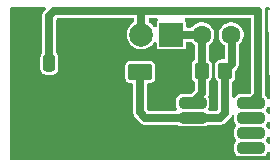
<source format=gbr>
%TF.GenerationSoftware,KiCad,Pcbnew,9.0.5*%
%TF.CreationDate,2026-01-12T11:34:27-06:00*%
%TF.ProjectId,Modulo LIFI,4d6f6475-6c6f-4204-9c49-46492e6b6963,rev?*%
%TF.SameCoordinates,Original*%
%TF.FileFunction,Copper,L1,Top*%
%TF.FilePolarity,Positive*%
%FSLAX46Y46*%
G04 Gerber Fmt 4.6, Leading zero omitted, Abs format (unit mm)*
G04 Created by KiCad (PCBNEW 9.0.5) date 2026-01-12 11:34:27*
%MOMM*%
%LPD*%
G01*
G04 APERTURE LIST*
G04 Aperture macros list*
%AMRoundRect*
0 Rectangle with rounded corners*
0 $1 Rounding radius*
0 $2 $3 $4 $5 $6 $7 $8 $9 X,Y pos of 4 corners*
0 Add a 4 corners polygon primitive as box body*
4,1,4,$2,$3,$4,$5,$6,$7,$8,$9,$2,$3,0*
0 Add four circle primitives for the rounded corners*
1,1,$1+$1,$2,$3*
1,1,$1+$1,$4,$5*
1,1,$1+$1,$6,$7*
1,1,$1+$1,$8,$9*
0 Add four rect primitives between the rounded corners*
20,1,$1+$1,$2,$3,$4,$5,0*
20,1,$1+$1,$4,$5,$6,$7,0*
20,1,$1+$1,$6,$7,$8,$9,0*
20,1,$1+$1,$8,$9,$2,$3,0*%
G04 Aperture macros list end*
%TA.AperFunction,SMDPad,CuDef*%
%ADD10RoundRect,0.175000X0.825000X-0.525000X0.825000X0.525000X-0.825000X0.525000X-0.825000X-0.525000X0*%
%TD*%
%TA.AperFunction,SMDPad,CuDef*%
%ADD11RoundRect,0.150000X0.450000X-0.550000X0.450000X0.550000X-0.450000X0.550000X-0.450000X-0.550000X0*%
%TD*%
%TA.AperFunction,ComponentPad*%
%ADD12R,2.000000X2.000000*%
%TD*%
%TA.AperFunction,ComponentPad*%
%ADD13C,2.000000*%
%TD*%
%TA.AperFunction,SMDPad,CuDef*%
%ADD14RoundRect,0.237500X-0.912500X-0.237500X0.912500X-0.237500X0.912500X0.237500X-0.912500X0.237500X0*%
%TD*%
%TA.AperFunction,SMDPad,CuDef*%
%ADD15RoundRect,0.150000X-0.825000X-0.150000X0.825000X-0.150000X0.825000X0.150000X-0.825000X0.150000X0*%
%TD*%
%TA.AperFunction,SMDPad,CuDef*%
%ADD16RoundRect,0.250000X-0.350000X-0.450000X0.350000X-0.450000X0.350000X0.450000X-0.350000X0.450000X0*%
%TD*%
%TA.AperFunction,SMDPad,CuDef*%
%ADD17RoundRect,0.250000X0.250000X0.475000X-0.250000X0.475000X-0.250000X-0.475000X0.250000X-0.475000X0*%
%TD*%
%TA.AperFunction,ComponentPad*%
%ADD18C,1.600000*%
%TD*%
%TA.AperFunction,Conductor*%
%ADD19C,0.700000*%
%TD*%
%TA.AperFunction,Conductor*%
%ADD20C,0.600000*%
%TD*%
G04 APERTURE END LIST*
D10*
%TO.P,D2,1,K*%
%TO.N,Net-(D2-K)*%
X13090000Y-7750000D03*
D11*
%TO.P,D2,2,A*%
%TO.N,GND*%
X13090000Y-13850000D03*
%TD*%
D12*
%TO.P,J2,1,Pin_1*%
%TO.N,Net-(J2-Pin_1)*%
X15740000Y-4600000D03*
D13*
%TO.P,J2,2,Pin_2*%
%TO.N,+5V*%
X13200000Y-4600000D03*
%TO.P,J2,3,Pin_3*%
%TO.N,GND*%
X10660000Y-4600000D03*
%TD*%
D14*
%TO.P,U3,1*%
%TO.N,Net-(J2-Pin_1)*%
X17525000Y-10355000D03*
%TO.P,U3,2,-*%
%TO.N,Net-(D2-K)*%
X17525000Y-11625000D03*
D15*
%TO.P,U3,3,+*%
%TO.N,GND*%
X17525000Y-12895000D03*
%TO.P,U3,4,V-*%
X17525000Y-14165000D03*
D14*
%TO.P,U3,5*%
%TO.N,N/C*%
X22475000Y-14165000D03*
%TO.P,U3,6*%
X22475000Y-12895000D03*
%TO.P,U3,7*%
X22475000Y-11625000D03*
%TO.P,U3,8,V+*%
%TO.N,+5V*%
X22475000Y-10355000D03*
%TD*%
D16*
%TO.P,R4,1*%
%TO.N,Net-(J2-Pin_1)*%
X18300000Y-7650000D03*
%TO.P,R4,2*%
%TO.N,Net-(D2-K)*%
X20300000Y-7650000D03*
%TD*%
D17*
%TO.P,C2,1*%
%TO.N,+5V*%
X5400000Y-7000000D03*
%TO.P,C2,2*%
%TO.N,GND*%
X3500000Y-7000000D03*
%TD*%
D18*
%TO.P,C1,1*%
%TO.N,Net-(J2-Pin_1)*%
X18300000Y-4600000D03*
%TO.P,C1,2*%
%TO.N,Net-(D2-K)*%
X20800000Y-4600000D03*
%TD*%
D19*
%TO.N,Net-(D2-K)*%
X19875000Y-11625000D02*
X17525000Y-11625000D01*
%TO.N,+5V*%
X23100000Y-9730000D02*
X22475000Y-10355000D01*
X23100000Y-2601000D02*
X23100000Y-9730000D01*
X13200000Y-2601000D02*
X23100000Y-2601000D01*
%TO.N,Net-(D2-K)*%
X20300000Y-11200000D02*
X19875000Y-11625000D01*
X20300000Y-7650000D02*
X20300000Y-11200000D01*
%TO.N,+5V*%
X13200000Y-2601000D02*
X5799000Y-2601000D01*
X5400000Y-3000000D02*
X5400000Y-7000000D01*
X5799000Y-2601000D02*
X5400000Y-3000000D01*
%TO.N,Net-(D2-K)*%
X13090000Y-11190000D02*
X13525000Y-11625000D01*
X13090000Y-7750000D02*
X13090000Y-11190000D01*
X13525000Y-11625000D02*
X17525000Y-11625000D01*
%TO.N,Net-(J2-Pin_1)*%
X18300000Y-9580000D02*
X17525000Y-10355000D01*
X18300000Y-7650000D02*
X18300000Y-9580000D01*
%TO.N,Net-(D2-K)*%
X20850000Y-7100000D02*
X20300000Y-7650000D01*
X20850000Y-4200000D02*
X20850000Y-7100000D01*
D20*
%TO.N,Net-(J2-Pin_1)*%
X18350000Y-7600000D02*
X18300000Y-7650000D01*
D19*
X18350000Y-4200000D02*
X18350000Y-7600000D01*
D20*
X17950000Y-4600000D02*
X18350000Y-4200000D01*
D19*
X15740000Y-4600000D02*
X17950000Y-4600000D01*
%TO.N,+5V*%
X13200000Y-4600000D02*
X13200000Y-2601000D01*
D20*
%TO.N,Net-(J2-Pin_1)*%
X16140000Y-4200000D02*
X15740000Y-4600000D01*
X18300000Y-4660000D02*
X18350000Y-4610000D01*
X15690000Y-4300000D02*
X15590000Y-4200000D01*
%TD*%
%TA.AperFunction,Conductor*%
%TO.N,GND*%
G36*
X5067941Y-2270185D02*
G01*
X5113696Y-2322989D01*
X5123640Y-2392147D01*
X5094615Y-2455703D01*
X5088583Y-2462181D01*
X4919481Y-2631282D01*
X4919477Y-2631287D01*
X4891322Y-2680056D01*
X4891321Y-2680058D01*
X4865872Y-2724136D01*
X4840423Y-2768214D01*
X4840423Y-2768215D01*
X4799499Y-2920943D01*
X4799499Y-2920945D01*
X4799499Y-3089046D01*
X4799500Y-3089059D01*
X4799500Y-6116769D01*
X4779815Y-6183808D01*
X4774767Y-6191080D01*
X4706204Y-6282668D01*
X4706202Y-6282671D01*
X4655908Y-6417517D01*
X4649501Y-6477116D01*
X4649501Y-6477123D01*
X4649500Y-6477135D01*
X4649500Y-7522870D01*
X4649501Y-7522876D01*
X4655908Y-7582483D01*
X4706202Y-7717328D01*
X4706206Y-7717335D01*
X4792452Y-7832544D01*
X4792455Y-7832547D01*
X4907664Y-7918793D01*
X4907671Y-7918797D01*
X4952618Y-7935561D01*
X5042517Y-7969091D01*
X5102127Y-7975500D01*
X5697872Y-7975499D01*
X5757483Y-7969091D01*
X5892331Y-7918796D01*
X6007546Y-7832546D01*
X6093796Y-7717331D01*
X6144091Y-7582483D01*
X6150500Y-7522873D01*
X6150499Y-6477128D01*
X6144091Y-6417517D01*
X6093796Y-6282669D01*
X6072706Y-6254497D01*
X6025233Y-6191080D01*
X6000816Y-6125615D01*
X6000500Y-6116769D01*
X6000500Y-3325500D01*
X6020185Y-3258461D01*
X6072989Y-3212706D01*
X6124500Y-3201500D01*
X12475500Y-3201500D01*
X12484185Y-3204050D01*
X12493147Y-3202762D01*
X12517187Y-3213740D01*
X12542539Y-3221185D01*
X12548466Y-3228025D01*
X12556703Y-3231787D01*
X12570992Y-3254021D01*
X12588294Y-3273989D01*
X12590581Y-3284503D01*
X12594477Y-3290565D01*
X12599500Y-3325500D01*
X12599500Y-3427403D01*
X12579815Y-3494442D01*
X12548386Y-3527721D01*
X12385352Y-3646173D01*
X12246174Y-3785351D01*
X12246174Y-3785352D01*
X12246172Y-3785354D01*
X12196485Y-3853741D01*
X12130476Y-3944594D01*
X12041117Y-4119970D01*
X11980290Y-4307173D01*
X11949500Y-4501577D01*
X11949500Y-4698422D01*
X11980290Y-4892826D01*
X12041117Y-5080029D01*
X12125349Y-5245343D01*
X12130476Y-5255405D01*
X12246172Y-5414646D01*
X12385354Y-5553828D01*
X12544595Y-5669524D01*
X12627455Y-5711743D01*
X12719970Y-5758882D01*
X12719972Y-5758882D01*
X12719975Y-5758884D01*
X12786810Y-5780600D01*
X12907173Y-5819709D01*
X13101578Y-5850500D01*
X13101583Y-5850500D01*
X13298422Y-5850500D01*
X13492826Y-5819709D01*
X13680025Y-5758884D01*
X13855405Y-5669524D01*
X14014646Y-5553828D01*
X14153828Y-5414646D01*
X14265182Y-5261380D01*
X14320512Y-5218716D01*
X14390126Y-5212737D01*
X14451921Y-5245343D01*
X14486278Y-5306182D01*
X14489500Y-5334267D01*
X14489500Y-5624678D01*
X14504032Y-5697735D01*
X14504033Y-5697739D01*
X14504034Y-5697740D01*
X14559399Y-5780601D01*
X14642260Y-5835966D01*
X14642264Y-5835967D01*
X14715321Y-5850499D01*
X14715324Y-5850500D01*
X14715326Y-5850500D01*
X16764676Y-5850500D01*
X16764677Y-5850499D01*
X16837740Y-5835966D01*
X16920601Y-5780601D01*
X16975966Y-5697740D01*
X16990500Y-5624674D01*
X16990500Y-5324500D01*
X17010185Y-5257461D01*
X17062989Y-5211706D01*
X17114500Y-5200500D01*
X17371535Y-5200500D01*
X17438574Y-5220185D01*
X17474636Y-5255608D01*
X17484020Y-5269652D01*
X17484025Y-5269658D01*
X17630339Y-5415972D01*
X17630342Y-5415974D01*
X17630345Y-5415977D01*
X17694392Y-5458771D01*
X17739195Y-5512381D01*
X17749500Y-5561872D01*
X17749500Y-6662819D01*
X17729815Y-6729858D01*
X17699812Y-6762085D01*
X17592452Y-6842455D01*
X17506206Y-6957664D01*
X17506202Y-6957671D01*
X17455908Y-7092517D01*
X17449501Y-7152116D01*
X17449501Y-7152123D01*
X17449500Y-7152135D01*
X17449500Y-8147870D01*
X17449501Y-8147876D01*
X17455908Y-8207483D01*
X17506202Y-8342328D01*
X17506203Y-8342329D01*
X17506204Y-8342331D01*
X17592452Y-8457543D01*
X17592455Y-8457547D01*
X17649810Y-8500482D01*
X17691682Y-8556415D01*
X17699500Y-8599749D01*
X17699500Y-9279902D01*
X17679815Y-9346941D01*
X17663181Y-9367583D01*
X17437584Y-9593181D01*
X17376261Y-9626666D01*
X17349903Y-9629500D01*
X16565809Y-9629500D01*
X16507700Y-9635748D01*
X16376219Y-9684789D01*
X16263884Y-9768884D01*
X16179789Y-9881219D01*
X16130748Y-10012700D01*
X16124500Y-10070809D01*
X16124500Y-10639190D01*
X16130748Y-10697299D01*
X16144679Y-10734647D01*
X16179788Y-10828778D01*
X16179790Y-10828781D01*
X16179791Y-10828783D01*
X16184040Y-10836566D01*
X16182112Y-10837618D01*
X16202267Y-10891652D01*
X16187416Y-10959925D01*
X16138012Y-11009331D01*
X16078583Y-11024500D01*
X13825097Y-11024500D01*
X13795656Y-11015855D01*
X13765670Y-11009332D01*
X13760654Y-11005577D01*
X13758058Y-11004815D01*
X13737416Y-10988181D01*
X13726819Y-10977584D01*
X13693334Y-10916261D01*
X13690500Y-10889903D01*
X13690500Y-8824500D01*
X13710185Y-8757461D01*
X13762989Y-8711706D01*
X13814500Y-8700500D01*
X13948493Y-8700500D01*
X14048121Y-8684720D01*
X14048121Y-8684719D01*
X14048126Y-8684719D01*
X14168220Y-8623528D01*
X14263528Y-8528220D01*
X14324719Y-8408126D01*
X14335140Y-8342331D01*
X14340500Y-8308493D01*
X14340500Y-7191506D01*
X14324720Y-7091878D01*
X14324719Y-7091876D01*
X14324719Y-7091874D01*
X14263528Y-6971780D01*
X14263526Y-6971778D01*
X14263523Y-6971774D01*
X14168225Y-6876476D01*
X14168221Y-6876473D01*
X14168220Y-6876472D01*
X14048126Y-6815281D01*
X14048124Y-6815280D01*
X14048121Y-6815279D01*
X13948493Y-6799500D01*
X13948488Y-6799500D01*
X12231512Y-6799500D01*
X12231507Y-6799500D01*
X12131878Y-6815279D01*
X12011778Y-6876473D01*
X12011774Y-6876476D01*
X11916476Y-6971774D01*
X11916473Y-6971778D01*
X11855279Y-7091878D01*
X11839500Y-7191506D01*
X11839500Y-8308493D01*
X11855279Y-8408121D01*
X11855280Y-8408124D01*
X11855281Y-8408126D01*
X11902339Y-8500482D01*
X11916473Y-8528221D01*
X11916476Y-8528225D01*
X12011774Y-8623523D01*
X12011778Y-8623526D01*
X12011780Y-8623528D01*
X12131874Y-8684719D01*
X12131876Y-8684719D01*
X12131878Y-8684720D01*
X12231507Y-8700500D01*
X12231512Y-8700500D01*
X12365500Y-8700500D01*
X12432539Y-8720185D01*
X12478294Y-8772989D01*
X12489500Y-8824500D01*
X12489500Y-11103330D01*
X12489499Y-11103348D01*
X12489499Y-11269054D01*
X12489498Y-11269054D01*
X12530423Y-11421785D01*
X12536196Y-11431784D01*
X12609477Y-11558712D01*
X12609481Y-11558717D01*
X12728349Y-11677585D01*
X12728355Y-11677590D01*
X13040139Y-11989374D01*
X13040149Y-11989385D01*
X13044479Y-11993715D01*
X13044480Y-11993716D01*
X13156284Y-12105520D01*
X13243095Y-12155639D01*
X13243097Y-12155641D01*
X13281151Y-12177611D01*
X13293215Y-12184577D01*
X13445943Y-12225501D01*
X13445946Y-12225501D01*
X13611653Y-12225501D01*
X13611669Y-12225500D01*
X16241827Y-12225500D01*
X16308866Y-12245185D01*
X16316137Y-12250232D01*
X16376222Y-12295212D01*
X16468594Y-12329665D01*
X16507700Y-12344251D01*
X16565809Y-12350499D01*
X16565826Y-12350500D01*
X18484174Y-12350500D01*
X18484190Y-12350499D01*
X18542299Y-12344251D01*
X18568949Y-12334311D01*
X18673778Y-12295212D01*
X18733862Y-12250232D01*
X18799326Y-12225816D01*
X18808173Y-12225500D01*
X19788331Y-12225500D01*
X19788347Y-12225501D01*
X19795943Y-12225501D01*
X19954054Y-12225501D01*
X19954057Y-12225501D01*
X20106785Y-12184577D01*
X20156904Y-12155639D01*
X20243716Y-12105520D01*
X20355520Y-11993716D01*
X20355521Y-11993714D01*
X20780520Y-11568716D01*
X20843113Y-11460299D01*
X20893679Y-11412085D01*
X20962286Y-11398861D01*
X21027151Y-11424829D01*
X21067680Y-11481743D01*
X21074500Y-11522300D01*
X21074500Y-11909190D01*
X21080748Y-11967299D01*
X21129789Y-12098780D01*
X21194849Y-12185689D01*
X21219266Y-12251154D01*
X21204414Y-12319427D01*
X21194849Y-12334311D01*
X21129789Y-12421219D01*
X21080748Y-12552700D01*
X21074500Y-12610809D01*
X21074500Y-13179190D01*
X21080748Y-13237299D01*
X21129789Y-13368780D01*
X21194849Y-13455689D01*
X21219266Y-13521154D01*
X21204414Y-13589427D01*
X21194849Y-13604311D01*
X21129789Y-13691219D01*
X21080748Y-13822700D01*
X21074500Y-13880809D01*
X21074500Y-14449190D01*
X21080748Y-14507299D01*
X21100681Y-14560740D01*
X21129788Y-14638778D01*
X21213884Y-14751116D01*
X21326222Y-14835212D01*
X21418594Y-14869665D01*
X21457700Y-14884251D01*
X21515809Y-14890499D01*
X21515826Y-14890500D01*
X23434174Y-14890500D01*
X23434190Y-14890499D01*
X23492299Y-14884251D01*
X23623778Y-14835212D01*
X23736116Y-14751116D01*
X23820212Y-14638778D01*
X23849319Y-14560738D01*
X23891190Y-14504807D01*
X23956654Y-14480390D01*
X24024927Y-14495242D01*
X24074332Y-14544647D01*
X24089500Y-14604074D01*
X24089500Y-15125500D01*
X24069815Y-15192539D01*
X24017011Y-15238294D01*
X23965500Y-15249500D01*
X2214500Y-15249500D01*
X2147461Y-15229815D01*
X2101706Y-15177011D01*
X2090500Y-15125500D01*
X2090500Y-2374500D01*
X2110185Y-2307461D01*
X2162989Y-2261706D01*
X2214500Y-2250500D01*
X5000902Y-2250500D01*
X5067941Y-2270185D01*
G37*
%TD.AperFunction*%
%TD*%
%TA.AperFunction,NonConductor*%
G36*
X14544975Y-3221185D02*
G01*
X14590730Y-3273989D01*
X14600674Y-3343147D01*
X14571649Y-3406703D01*
X14565617Y-3413181D01*
X14559401Y-3419396D01*
X14504033Y-3502260D01*
X14504032Y-3502264D01*
X14489500Y-3575321D01*
X14489500Y-3865732D01*
X14469815Y-3932771D01*
X14417011Y-3978526D01*
X14347853Y-3988470D01*
X14284297Y-3959445D01*
X14265182Y-3938618D01*
X14208413Y-3860483D01*
X14153828Y-3785354D01*
X14014646Y-3646172D01*
X13966989Y-3611547D01*
X13851614Y-3527721D01*
X13848273Y-3523388D01*
X13843297Y-3521116D01*
X13827164Y-3496013D01*
X13808949Y-3472390D01*
X13807696Y-3465719D01*
X13805523Y-3462338D01*
X13800500Y-3427403D01*
X13800500Y-3325500D01*
X13820185Y-3258461D01*
X13872989Y-3212706D01*
X13924500Y-3201500D01*
X14477936Y-3201500D01*
X14544975Y-3221185D01*
G37*
%TD.AperFunction*%
%TA.AperFunction,NonConductor*%
G36*
X24032539Y-2270185D02*
G01*
X24078294Y-2322989D01*
X24088238Y-2392147D01*
X24059213Y-2455703D01*
X24000435Y-2493477D01*
X23965500Y-2498500D01*
X23916297Y-2498500D01*
X24089466Y-9913030D01*
X24071352Y-9980511D01*
X24019631Y-10027486D01*
X23950724Y-10039041D01*
X23886508Y-10011508D01*
X23849319Y-9959259D01*
X23820212Y-9881222D01*
X23803307Y-9858640D01*
X23736116Y-9768884D01*
X23736114Y-9768882D01*
X23730801Y-9761785D01*
X23732047Y-9760852D01*
X23703331Y-9708252D01*
X23700500Y-9681905D01*
X23700500Y-2521945D01*
X23700500Y-2521943D01*
X23669592Y-2406592D01*
X23671255Y-2336743D01*
X23710418Y-2278881D01*
X23774646Y-2251377D01*
X23789367Y-2250500D01*
X23965500Y-2250500D01*
X24032539Y-2270185D01*
G37*
%TD.AperFunction*%
%TA.AperFunction,NonConductor*%
G36*
X22442539Y-3221185D02*
G01*
X22488294Y-3273989D01*
X22499500Y-3325500D01*
X22499500Y-9429903D01*
X22490855Y-9459343D01*
X22484332Y-9489330D01*
X22480577Y-9494345D01*
X22479815Y-9496942D01*
X22463181Y-9517584D01*
X22387584Y-9593181D01*
X22326261Y-9626666D01*
X22299903Y-9629500D01*
X21515809Y-9629500D01*
X21457700Y-9635748D01*
X21326219Y-9684789D01*
X21213884Y-9768884D01*
X21124473Y-9888322D01*
X21121766Y-9886295D01*
X21083929Y-9924135D01*
X21015656Y-9938988D01*
X20950191Y-9914573D01*
X20908319Y-9858640D01*
X20900500Y-9815304D01*
X20900500Y-8599749D01*
X20920185Y-8532710D01*
X20950190Y-8500482D01*
X21007546Y-8457546D01*
X21093796Y-8342331D01*
X21144091Y-8207483D01*
X21150500Y-8147873D01*
X21150499Y-7700095D01*
X21159145Y-7670649D01*
X21165667Y-7640669D01*
X21169419Y-7635655D01*
X21170183Y-7633057D01*
X21186813Y-7612420D01*
X21208506Y-7590728D01*
X21208511Y-7590724D01*
X21218714Y-7580520D01*
X21218716Y-7580520D01*
X21330520Y-7468716D01*
X21409577Y-7331784D01*
X21447163Y-7191512D01*
X21450500Y-7179058D01*
X21450500Y-7020943D01*
X21450500Y-5486495D01*
X21470185Y-5419456D01*
X21486819Y-5398814D01*
X21615974Y-5269658D01*
X21615975Y-5269657D01*
X21615977Y-5269655D01*
X21730941Y-5097598D01*
X21810130Y-4906420D01*
X21850500Y-4703465D01*
X21850500Y-4496535D01*
X21810130Y-4293580D01*
X21730941Y-4102402D01*
X21615977Y-3930345D01*
X21615975Y-3930342D01*
X21469657Y-3784024D01*
X21383626Y-3726541D01*
X21297598Y-3669059D01*
X21242344Y-3646172D01*
X21106420Y-3589870D01*
X21106412Y-3589868D01*
X20903469Y-3549500D01*
X20903465Y-3549500D01*
X20696535Y-3549500D01*
X20696530Y-3549500D01*
X20493587Y-3589868D01*
X20493579Y-3589870D01*
X20302403Y-3669058D01*
X20130342Y-3784024D01*
X19984024Y-3930342D01*
X19869058Y-4102403D01*
X19789870Y-4293579D01*
X19789868Y-4293587D01*
X19749500Y-4496530D01*
X19749500Y-4703469D01*
X19789868Y-4906412D01*
X19789870Y-4906420D01*
X19869058Y-5097596D01*
X19984024Y-5269657D01*
X20130339Y-5415972D01*
X20130342Y-5415974D01*
X20130345Y-5415977D01*
X20194392Y-5458771D01*
X20239195Y-5512381D01*
X20249500Y-5561872D01*
X20249500Y-6575500D01*
X20229815Y-6642539D01*
X20177011Y-6688294D01*
X20125501Y-6699500D01*
X19902130Y-6699500D01*
X19902123Y-6699501D01*
X19842516Y-6705908D01*
X19707671Y-6756202D01*
X19707664Y-6756206D01*
X19592455Y-6842452D01*
X19592452Y-6842455D01*
X19506206Y-6957664D01*
X19506202Y-6957671D01*
X19455908Y-7092517D01*
X19449501Y-7152116D01*
X19449501Y-7152123D01*
X19449500Y-7152135D01*
X19449500Y-8147870D01*
X19449501Y-8147876D01*
X19455908Y-8207483D01*
X19506202Y-8342328D01*
X19506203Y-8342329D01*
X19506204Y-8342331D01*
X19592452Y-8457543D01*
X19592455Y-8457547D01*
X19649810Y-8500482D01*
X19691682Y-8556415D01*
X19699500Y-8599749D01*
X19699500Y-10899901D01*
X19690870Y-10929288D01*
X19684382Y-10959237D01*
X19680584Y-10964317D01*
X19679815Y-10966940D01*
X19663254Y-10987509D01*
X19662656Y-10988108D01*
X19601361Y-11021644D01*
X19574902Y-11024500D01*
X18971417Y-11024500D01*
X18904378Y-11004815D01*
X18858623Y-10952011D01*
X18848679Y-10882853D01*
X18867503Y-10837408D01*
X18865960Y-10836566D01*
X18870208Y-10828783D01*
X18870207Y-10828783D01*
X18870212Y-10828778D01*
X18919251Y-10697299D01*
X18922144Y-10670390D01*
X18925499Y-10639190D01*
X18925500Y-10639173D01*
X18925500Y-10070826D01*
X18925499Y-10070809D01*
X18919251Y-10012700D01*
X18899318Y-9959259D01*
X18870212Y-9881222D01*
X18870210Y-9881219D01*
X18867112Y-9872913D01*
X18870647Y-9871594D01*
X18859525Y-9820730D01*
X18863445Y-9797347D01*
X18878217Y-9742221D01*
X18900501Y-9659057D01*
X18900501Y-9500942D01*
X18900501Y-9493347D01*
X18900500Y-9493329D01*
X18900500Y-8599749D01*
X18920185Y-8532710D01*
X18950190Y-8500482D01*
X19007546Y-8457546D01*
X19093796Y-8342331D01*
X19144091Y-8207483D01*
X19150500Y-8147873D01*
X19150499Y-7152128D01*
X19144091Y-7092517D01*
X19143851Y-7091874D01*
X19093797Y-6957671D01*
X19093793Y-6957664D01*
X19007548Y-6842457D01*
X19007546Y-6842454D01*
X19007542Y-6842451D01*
X19007540Y-6842449D01*
X19000187Y-6836944D01*
X18958317Y-6781009D01*
X18950500Y-6737679D01*
X18950500Y-5486495D01*
X18970185Y-5419456D01*
X18986819Y-5398814D01*
X19115974Y-5269658D01*
X19115975Y-5269657D01*
X19115977Y-5269655D01*
X19230941Y-5097598D01*
X19310130Y-4906420D01*
X19350500Y-4703465D01*
X19350500Y-4496535D01*
X19310130Y-4293580D01*
X19230941Y-4102402D01*
X19115977Y-3930345D01*
X19115975Y-3930342D01*
X18969657Y-3784024D01*
X18883626Y-3726541D01*
X18797598Y-3669059D01*
X18742344Y-3646172D01*
X18606420Y-3589870D01*
X18606412Y-3589868D01*
X18403469Y-3549500D01*
X18403465Y-3549500D01*
X18196535Y-3549500D01*
X18196530Y-3549500D01*
X17993587Y-3589868D01*
X17993579Y-3589870D01*
X17802403Y-3669058D01*
X17630342Y-3784024D01*
X17484025Y-3930341D01*
X17484020Y-3930347D01*
X17474636Y-3944392D01*
X17421023Y-3989197D01*
X17371535Y-3999500D01*
X17114500Y-3999500D01*
X17047461Y-3979815D01*
X17001706Y-3927011D01*
X16990500Y-3875500D01*
X16990500Y-3575323D01*
X16990499Y-3575321D01*
X16975967Y-3502264D01*
X16975966Y-3502260D01*
X16970742Y-3494442D01*
X16920601Y-3419399D01*
X16920599Y-3419397D01*
X16920598Y-3419396D01*
X16914383Y-3413181D01*
X16880898Y-3351858D01*
X16885882Y-3282166D01*
X16927754Y-3226233D01*
X16993218Y-3201816D01*
X17002064Y-3201500D01*
X22375500Y-3201500D01*
X22442539Y-3221185D01*
G37*
%TD.AperFunction*%
%TA.AperFunction,NonConductor*%
G36*
X24024927Y-10685242D02*
G01*
X24074332Y-10734647D01*
X24089500Y-10794074D01*
X24089500Y-11185925D01*
X24088499Y-11189333D01*
X24089310Y-11192794D01*
X24078724Y-11222620D01*
X24069815Y-11252964D01*
X24067130Y-11255289D01*
X24065942Y-11258640D01*
X24040909Y-11278010D01*
X24017011Y-11298719D01*
X24013495Y-11299224D01*
X24010684Y-11301400D01*
X23979161Y-11304161D01*
X23947853Y-11308663D01*
X23944620Y-11307186D01*
X23941081Y-11307497D01*
X23913076Y-11292780D01*
X23884297Y-11279638D01*
X23882132Y-11276520D01*
X23879231Y-11274996D01*
X23857631Y-11247083D01*
X23852765Y-11238501D01*
X23820212Y-11151222D01*
X23750430Y-11058005D01*
X23746548Y-11051158D01*
X23740300Y-11024497D01*
X23730733Y-10998847D01*
X23732445Y-10990975D01*
X23730607Y-10983131D01*
X23739764Y-10957326D01*
X23745584Y-10930574D01*
X23751280Y-10924877D01*
X23753975Y-10917285D01*
X23755151Y-10915689D01*
X23820209Y-10828782D01*
X23820208Y-10828782D01*
X23820212Y-10828778D01*
X23849319Y-10750738D01*
X23891190Y-10694807D01*
X23956654Y-10670390D01*
X24024927Y-10685242D01*
G37*
%TD.AperFunction*%
%TA.AperFunction,NonConductor*%
G36*
X24024927Y-11955242D02*
G01*
X24074332Y-12004647D01*
X24089500Y-12064074D01*
X24089500Y-12455925D01*
X24088499Y-12459333D01*
X24089310Y-12462794D01*
X24078724Y-12492620D01*
X24069815Y-12522964D01*
X24067130Y-12525289D01*
X24065942Y-12528640D01*
X24040909Y-12548010D01*
X24017011Y-12568719D01*
X24013495Y-12569224D01*
X24010684Y-12571400D01*
X23979161Y-12574161D01*
X23947853Y-12578663D01*
X23944620Y-12577186D01*
X23941081Y-12577497D01*
X23913076Y-12562780D01*
X23884297Y-12549638D01*
X23882132Y-12546520D01*
X23879231Y-12544996D01*
X23857631Y-12517083D01*
X23852765Y-12508501D01*
X23820212Y-12421222D01*
X23750430Y-12328005D01*
X23746548Y-12321158D01*
X23740300Y-12294497D01*
X23730733Y-12268847D01*
X23732445Y-12260975D01*
X23730607Y-12253131D01*
X23739764Y-12227326D01*
X23745584Y-12200574D01*
X23751280Y-12194877D01*
X23753975Y-12187285D01*
X23755151Y-12185689D01*
X23820209Y-12098782D01*
X23820208Y-12098782D01*
X23820212Y-12098778D01*
X23849319Y-12020738D01*
X23891190Y-11964807D01*
X23956654Y-11940390D01*
X24024927Y-11955242D01*
G37*
%TD.AperFunction*%
%TA.AperFunction,NonConductor*%
G36*
X24024927Y-13225242D02*
G01*
X24074332Y-13274647D01*
X24089500Y-13334074D01*
X24089500Y-13725925D01*
X24088499Y-13729333D01*
X24089310Y-13732794D01*
X24078724Y-13762620D01*
X24069815Y-13792964D01*
X24067130Y-13795289D01*
X24065942Y-13798640D01*
X24040909Y-13818010D01*
X24017011Y-13838719D01*
X24013495Y-13839224D01*
X24010684Y-13841400D01*
X23979161Y-13844161D01*
X23947853Y-13848663D01*
X23944620Y-13847186D01*
X23941081Y-13847497D01*
X23913076Y-13832780D01*
X23884297Y-13819638D01*
X23882132Y-13816520D01*
X23879231Y-13814996D01*
X23857631Y-13787083D01*
X23852765Y-13778501D01*
X23820212Y-13691222D01*
X23750430Y-13598005D01*
X23746548Y-13591158D01*
X23740300Y-13564497D01*
X23730733Y-13538847D01*
X23732445Y-13530975D01*
X23730607Y-13523131D01*
X23739764Y-13497326D01*
X23745584Y-13470574D01*
X23751280Y-13464877D01*
X23753975Y-13457285D01*
X23755151Y-13455689D01*
X23820209Y-13368782D01*
X23820208Y-13368782D01*
X23820212Y-13368778D01*
X23849319Y-13290738D01*
X23891190Y-13234807D01*
X23956654Y-13210390D01*
X24024927Y-13225242D01*
G37*
%TD.AperFunction*%
M02*

</source>
